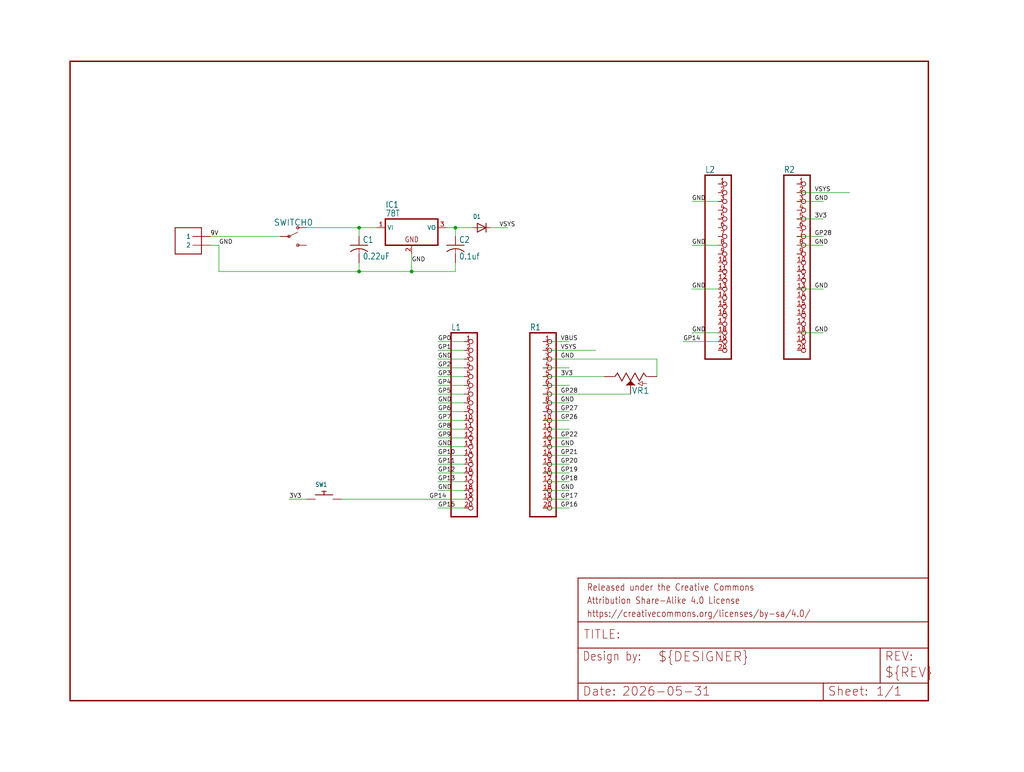
<source format=kicad_sch>
(kicad_sch (version 20230121) (generator eeschema)

  (uuid e670c479-44e0-4fbc-9552-b12305eb2cd2)

  (paper "User" 297.002 223.926)

  (lib_symbols
    (symbol "remote-eagle-import:1X2-3.5MM" (in_bom yes) (on_board yes)
      (property "Reference" "J" (at 0 0 0)
        (effects (font (size 1.27 1.27)) hide)
      )
      (property "Value" "" (at 0 0 0)
        (effects (font (size 1.27 1.27)) hide)
      )
      (property "Footprint" "remote:1X2-3.5MM" (at 0 0 0)
        (effects (font (size 1.27 1.27)) hide)
      )
      (property "Datasheet" "" (at 0 0 0)
        (effects (font (size 1.27 1.27)) hide)
      )
      (property "ki_locked" "" (at 0 0 0)
        (effects (font (size 1.27 1.27)))
      )
      (symbol "1X2-3.5MM_1_0"
        (polyline
          (pts
            (xy -2.54 -2.54)
            (xy 5.08 -2.54)
          )
          (stroke (width 0.254) (type solid))
          (fill (type none))
        )
        (polyline
          (pts
            (xy -2.54 5.08)
            (xy -2.54 -2.54)
          )
          (stroke (width 0.254) (type solid))
          (fill (type none))
        )
        (polyline
          (pts
            (xy 5.08 -2.54)
            (xy 5.08 5.08)
          )
          (stroke (width 0.254) (type solid))
          (fill (type none))
        )
        (polyline
          (pts
            (xy 5.08 5.08)
            (xy -2.54 5.08)
          )
          (stroke (width 0.254) (type solid))
          (fill (type none))
        )
        (pin passive line (at -5.08 2.54 0) (length 5.08)
          (name "1" (effects (font (size 1.27 1.27))))
          (number "1" (effects (font (size 0 0))))
        )
        (pin passive line (at -5.08 0 0) (length 5.08)
          (name "2" (effects (font (size 1.27 1.27))))
          (number "2" (effects (font (size 0 0))))
        )
      )
    )
    (symbol "remote-eagle-import:78T" (in_bom yes) (on_board yes)
      (property "Reference" "IC" (at -7.62 5.715 0)
        (effects (font (size 1.778 1.5113)) (justify left bottom))
      )
      (property "Value" "" (at -7.62 3.175 0)
        (effects (font (size 1.778 1.5113)) (justify left bottom))
      )
      (property "Footprint" "remote:TO220H" (at 0 0 0)
        (effects (font (size 1.27 1.27)) hide)
      )
      (property "Datasheet" "" (at 0 0 0)
        (effects (font (size 1.27 1.27)) hide)
      )
      (property "ki_locked" "" (at 0 0 0)
        (effects (font (size 1.27 1.27)))
      )
      (symbol "78T_1_0"
        (polyline
          (pts
            (xy -7.62 -5.08)
            (xy 7.62 -5.08)
          )
          (stroke (width 0.4064) (type solid))
          (fill (type none))
        )
        (polyline
          (pts
            (xy -7.62 2.54)
            (xy -7.62 -5.08)
          )
          (stroke (width 0.4064) (type solid))
          (fill (type none))
        )
        (polyline
          (pts
            (xy 7.62 -5.08)
            (xy 7.62 2.54)
          )
          (stroke (width 0.4064) (type solid))
          (fill (type none))
        )
        (polyline
          (pts
            (xy 7.62 2.54)
            (xy -7.62 2.54)
          )
          (stroke (width 0.4064) (type solid))
          (fill (type none))
        )
        (text "GND" (at -2.032 -4.318 0)
          (effects (font (size 1.524 1.2954)) (justify left bottom))
        )
        (pin input line (at -10.16 0 0) (length 2.54)
          (name "VI" (effects (font (size 1.27 1.27))))
          (number "1" (effects (font (size 1.27 1.27))))
        )
        (pin passive line (at 0 -7.62 90) (length 2.54)
          (name "GND" (effects (font (size 0 0))))
          (number "2" (effects (font (size 1.27 1.27))))
        )
        (pin passive line (at 10.16 0 180) (length 2.54)
          (name "VO" (effects (font (size 1.27 1.27))))
          (number "3" (effects (font (size 1.27 1.27))))
        )
      )
    )
    (symbol "remote-eagle-import:C-US050-025X075" (in_bom yes) (on_board yes)
      (property "Reference" "C" (at 1.016 0.635 0)
        (effects (font (size 1.778 1.5113)) (justify left bottom))
      )
      (property "Value" "" (at 1.016 -4.191 0)
        (effects (font (size 1.778 1.5113)) (justify left bottom))
      )
      (property "Footprint" "remote:C050-025X075" (at 0 0 0)
        (effects (font (size 1.27 1.27)) hide)
      )
      (property "Datasheet" "" (at 0 0 0)
        (effects (font (size 1.27 1.27)) hide)
      )
      (property "ki_locked" "" (at 0 0 0)
        (effects (font (size 1.27 1.27)))
      )
      (symbol "C-US050-025X075_1_0"
        (arc (start 0 -1.0161) (mid -1.302 -1.2303) (end -2.4668 -1.8504)
          (stroke (width 0.254) (type solid))
          (fill (type none))
        )
        (polyline
          (pts
            (xy -2.54 0)
            (xy 2.54 0)
          )
          (stroke (width 0.254) (type solid))
          (fill (type none))
        )
        (polyline
          (pts
            (xy 0 -1.016)
            (xy 0 -2.54)
          )
          (stroke (width 0.1524) (type solid))
          (fill (type none))
        )
        (arc (start 2.4892 -1.8541) (mid 1.3158 -1.2194) (end 0 -1)
          (stroke (width 0.254) (type solid))
          (fill (type none))
        )
        (pin passive line (at 0 2.54 270) (length 2.54)
          (name "1" (effects (font (size 0 0))))
          (number "1" (effects (font (size 0 0))))
        )
        (pin passive line (at 0 -5.08 90) (length 2.54)
          (name "2" (effects (font (size 0 0))))
          (number "2" (effects (font (size 0 0))))
        )
      )
    )
    (symbol "remote-eagle-import:DIODEDO-1N4148" (in_bom yes) (on_board yes)
      (property "Reference" "D" (at -2.54 2.54 0)
        (effects (font (size 1.27 1.0795)) (justify left bottom))
      )
      (property "Value" "" (at -2.54 -3.81 0)
        (effects (font (size 1.27 1.0795)) (justify left bottom))
      )
      (property "Footprint" "remote:DO-1N4148" (at 0 0 0)
        (effects (font (size 1.27 1.27)) hide)
      )
      (property "Datasheet" "" (at 0 0 0)
        (effects (font (size 1.27 1.27)) hide)
      )
      (property "ki_locked" "" (at 0 0 0)
        (effects (font (size 1.27 1.27)))
      )
      (symbol "DIODEDO-1N4148_1_0"
        (polyline
          (pts
            (xy -1.27 -1.27)
            (xy 1.27 0)
          )
          (stroke (width 0.254) (type solid))
          (fill (type none))
        )
        (polyline
          (pts
            (xy -1.27 1.27)
            (xy -1.27 -1.27)
          )
          (stroke (width 0.254) (type solid))
          (fill (type none))
        )
        (polyline
          (pts
            (xy 1.27 0)
            (xy -1.27 1.27)
          )
          (stroke (width 0.254) (type solid))
          (fill (type none))
        )
        (polyline
          (pts
            (xy 1.27 0)
            (xy 1.27 -1.27)
          )
          (stroke (width 0.254) (type solid))
          (fill (type none))
        )
        (polyline
          (pts
            (xy 1.27 1.27)
            (xy 1.27 0)
          )
          (stroke (width 0.254) (type solid))
          (fill (type none))
        )
        (pin passive line (at -2.54 0 0) (length 2.54)
          (name "A" (effects (font (size 0 0))))
          (number "A" (effects (font (size 0 0))))
        )
        (pin passive line (at 2.54 0 180) (length 2.54)
          (name "C" (effects (font (size 0 0))))
          (number "C" (effects (font (size 0 0))))
        )
      )
    )
    (symbol "remote-eagle-import:FRAME-LETTER" (in_bom yes) (on_board yes)
      (property "Reference" "FRAME" (at 0 0 0)
        (effects (font (size 1.27 1.27)) hide)
      )
      (property "Value" "" (at 0 0 0)
        (effects (font (size 1.27 1.27)) hide)
      )
      (property "Footprint" "remote:CREATIVE_COMMONS" (at 0 0 0)
        (effects (font (size 1.27 1.27)) hide)
      )
      (property "Datasheet" "" (at 0 0 0)
        (effects (font (size 1.27 1.27)) hide)
      )
      (property "ki_locked" "" (at 0 0 0)
        (effects (font (size 1.27 1.27)))
      )
      (symbol "FRAME-LETTER_1_0"
        (polyline
          (pts
            (xy 0 0)
            (xy 248.92 0)
          )
          (stroke (width 0.4064) (type solid))
          (fill (type none))
        )
        (polyline
          (pts
            (xy 0 185.42)
            (xy 0 0)
          )
          (stroke (width 0.4064) (type solid))
          (fill (type none))
        )
        (polyline
          (pts
            (xy 0 185.42)
            (xy 248.92 185.42)
          )
          (stroke (width 0.4064) (type solid))
          (fill (type none))
        )
        (polyline
          (pts
            (xy 248.92 185.42)
            (xy 248.92 0)
          )
          (stroke (width 0.4064) (type solid))
          (fill (type none))
        )
      )
      (symbol "FRAME-LETTER_2_0"
        (polyline
          (pts
            (xy 0 0)
            (xy 0 5.08)
          )
          (stroke (width 0.254) (type solid))
          (fill (type none))
        )
        (polyline
          (pts
            (xy 0 0)
            (xy 71.12 0)
          )
          (stroke (width 0.254) (type solid))
          (fill (type none))
        )
        (polyline
          (pts
            (xy 0 5.08)
            (xy 0 15.24)
          )
          (stroke (width 0.254) (type solid))
          (fill (type none))
        )
        (polyline
          (pts
            (xy 0 5.08)
            (xy 71.12 5.08)
          )
          (stroke (width 0.254) (type solid))
          (fill (type none))
        )
        (polyline
          (pts
            (xy 0 15.24)
            (xy 0 22.86)
          )
          (stroke (width 0.254) (type solid))
          (fill (type none))
        )
        (polyline
          (pts
            (xy 0 22.86)
            (xy 0 35.56)
          )
          (stroke (width 0.254) (type solid))
          (fill (type none))
        )
        (polyline
          (pts
            (xy 0 22.86)
            (xy 101.6 22.86)
          )
          (stroke (width 0.254) (type solid))
          (fill (type none))
        )
        (polyline
          (pts
            (xy 71.12 0)
            (xy 101.6 0)
          )
          (stroke (width 0.254) (type solid))
          (fill (type none))
        )
        (polyline
          (pts
            (xy 71.12 5.08)
            (xy 71.12 0)
          )
          (stroke (width 0.254) (type solid))
          (fill (type none))
        )
        (polyline
          (pts
            (xy 71.12 5.08)
            (xy 87.63 5.08)
          )
          (stroke (width 0.254) (type solid))
          (fill (type none))
        )
        (polyline
          (pts
            (xy 87.63 5.08)
            (xy 101.6 5.08)
          )
          (stroke (width 0.254) (type solid))
          (fill (type none))
        )
        (polyline
          (pts
            (xy 87.63 15.24)
            (xy 0 15.24)
          )
          (stroke (width 0.254) (type solid))
          (fill (type none))
        )
        (polyline
          (pts
            (xy 87.63 15.24)
            (xy 87.63 5.08)
          )
          (stroke (width 0.254) (type solid))
          (fill (type none))
        )
        (polyline
          (pts
            (xy 101.6 5.08)
            (xy 101.6 0)
          )
          (stroke (width 0.254) (type solid))
          (fill (type none))
        )
        (polyline
          (pts
            (xy 101.6 15.24)
            (xy 87.63 15.24)
          )
          (stroke (width 0.254) (type solid))
          (fill (type none))
        )
        (polyline
          (pts
            (xy 101.6 15.24)
            (xy 101.6 5.08)
          )
          (stroke (width 0.254) (type solid))
          (fill (type none))
        )
        (polyline
          (pts
            (xy 101.6 22.86)
            (xy 101.6 15.24)
          )
          (stroke (width 0.254) (type solid))
          (fill (type none))
        )
        (polyline
          (pts
            (xy 101.6 35.56)
            (xy 0 35.56)
          )
          (stroke (width 0.254) (type solid))
          (fill (type none))
        )
        (polyline
          (pts
            (xy 101.6 35.56)
            (xy 101.6 22.86)
          )
          (stroke (width 0.254) (type solid))
          (fill (type none))
        )
        (text "${#}/${##}" (at 86.36 1.27 0)
          (effects (font (size 2.54 2.54)) (justify left bottom))
        )
        (text "${CURRENT_DATE}" (at 12.7 1.27 0)
          (effects (font (size 2.54 2.54)) (justify left bottom))
        )
        (text "${DESIGNER}" (at 23.114 11.176 0)
          (effects (font (size 2.7432 2.7432)) (justify left bottom))
        )
        (text "${PROJECTNAME}" (at 15.494 17.78 0)
          (effects (font (size 2.7432 2.7432)) (justify left bottom))
        )
        (text "${REV}" (at 88.9 6.604 0)
          (effects (font (size 2.7432 2.7432)) (justify left bottom))
        )
        (text "Attribution Share-Alike 4.0 License" (at 2.54 27.94 0)
          (effects (font (size 1.9304 1.6408)) (justify left bottom))
        )
        (text "Date:" (at 1.27 1.27 0)
          (effects (font (size 2.54 2.54)) (justify left bottom))
        )
        (text "Design by:" (at 1.27 11.43 0)
          (effects (font (size 2.54 2.159)) (justify left bottom))
        )
        (text "https://creativecommons.org/licenses/by-sa/4.0/" (at 2.54 24.13 0)
          (effects (font (size 1.9304 1.6408)) (justify left bottom))
        )
        (text "Released under the Creative Commons" (at 2.54 31.75 0)
          (effects (font (size 1.9304 1.6408)) (justify left bottom))
        )
        (text "REV:" (at 88.9 11.43 0)
          (effects (font (size 2.54 2.54)) (justify left bottom))
        )
        (text "Sheet:" (at 72.39 1.27 0)
          (effects (font (size 2.54 2.54)) (justify left bottom))
        )
        (text "TITLE:" (at 1.524 17.78 0)
          (effects (font (size 2.54 2.54)) (justify left bottom))
        )
      )
    )
    (symbol "remote-eagle-import:PINHD-1X20" (in_bom yes) (on_board yes)
      (property "Reference" "JP" (at -6.35 26.035 0)
        (effects (font (size 1.778 1.5113)) (justify left bottom))
      )
      (property "Value" "" (at -6.35 -30.48 0)
        (effects (font (size 1.778 1.5113)) (justify left bottom))
      )
      (property "Footprint" "remote:1X20" (at 0 0 0)
        (effects (font (size 1.27 1.27)) hide)
      )
      (property "Datasheet" "" (at 0 0 0)
        (effects (font (size 1.27 1.27)) hide)
      )
      (property "ki_locked" "" (at 0 0 0)
        (effects (font (size 1.27 1.27)))
      )
      (symbol "PINHD-1X20_1_0"
        (polyline
          (pts
            (xy -6.35 -27.94)
            (xy 1.27 -27.94)
          )
          (stroke (width 0.4064) (type solid))
          (fill (type none))
        )
        (polyline
          (pts
            (xy -6.35 25.4)
            (xy -6.35 -27.94)
          )
          (stroke (width 0.4064) (type solid))
          (fill (type none))
        )
        (polyline
          (pts
            (xy 1.27 -27.94)
            (xy 1.27 25.4)
          )
          (stroke (width 0.4064) (type solid))
          (fill (type none))
        )
        (polyline
          (pts
            (xy 1.27 25.4)
            (xy -6.35 25.4)
          )
          (stroke (width 0.4064) (type solid))
          (fill (type none))
        )
        (pin passive inverted (at -2.54 22.86 0) (length 2.54)
          (name "1" (effects (font (size 0 0))))
          (number "1" (effects (font (size 1.27 1.27))))
        )
        (pin passive inverted (at -2.54 0 0) (length 2.54)
          (name "10" (effects (font (size 0 0))))
          (number "10" (effects (font (size 1.27 1.27))))
        )
        (pin passive inverted (at -2.54 -2.54 0) (length 2.54)
          (name "11" (effects (font (size 0 0))))
          (number "11" (effects (font (size 1.27 1.27))))
        )
        (pin passive inverted (at -2.54 -5.08 0) (length 2.54)
          (name "12" (effects (font (size 0 0))))
          (number "12" (effects (font (size 1.27 1.27))))
        )
        (pin passive inverted (at -2.54 -7.62 0) (length 2.54)
          (name "13" (effects (font (size 0 0))))
          (number "13" (effects (font (size 1.27 1.27))))
        )
        (pin passive inverted (at -2.54 -10.16 0) (length 2.54)
          (name "14" (effects (font (size 0 0))))
          (number "14" (effects (font (size 1.27 1.27))))
        )
        (pin passive inverted (at -2.54 -12.7 0) (length 2.54)
          (name "15" (effects (font (size 0 0))))
          (number "15" (effects (font (size 1.27 1.27))))
        )
        (pin passive inverted (at -2.54 -15.24 0) (length 2.54)
          (name "16" (effects (font (size 0 0))))
          (number "16" (effects (font (size 1.27 1.27))))
        )
        (pin passive inverted (at -2.54 -17.78 0) (length 2.54)
          (name "17" (effects (font (size 0 0))))
          (number "17" (effects (font (size 1.27 1.27))))
        )
        (pin passive inverted (at -2.54 -20.32 0) (length 2.54)
          (name "18" (effects (font (size 0 0))))
          (number "18" (effects (font (size 1.27 1.27))))
        )
        (pin passive inverted (at -2.54 -22.86 0) (length 2.54)
          (name "19" (effects (font (size 0 0))))
          (number "19" (effects (font (size 1.27 1.27))))
        )
        (pin passive inverted (at -2.54 20.32 0) (length 2.54)
          (name "2" (effects (font (size 0 0))))
          (number "2" (effects (font (size 1.27 1.27))))
        )
        (pin passive inverted (at -2.54 -25.4 0) (length 2.54)
          (name "20" (effects (font (size 0 0))))
          (number "20" (effects (font (size 1.27 1.27))))
        )
        (pin passive inverted (at -2.54 17.78 0) (length 2.54)
          (name "3" (effects (font (size 0 0))))
          (number "3" (effects (font (size 1.27 1.27))))
        )
        (pin passive inverted (at -2.54 15.24 0) (length 2.54)
          (name "4" (effects (font (size 0 0))))
          (number "4" (effects (font (size 1.27 1.27))))
        )
        (pin passive inverted (at -2.54 12.7 0) (length 2.54)
          (name "5" (effects (font (size 0 0))))
          (number "5" (effects (font (size 1.27 1.27))))
        )
        (pin passive inverted (at -2.54 10.16 0) (length 2.54)
          (name "6" (effects (font (size 0 0))))
          (number "6" (effects (font (size 1.27 1.27))))
        )
        (pin passive inverted (at -2.54 7.62 0) (length 2.54)
          (name "7" (effects (font (size 0 0))))
          (number "7" (effects (font (size 1.27 1.27))))
        )
        (pin passive inverted (at -2.54 5.08 0) (length 2.54)
          (name "8" (effects (font (size 0 0))))
          (number "8" (effects (font (size 1.27 1.27))))
        )
        (pin passive inverted (at -2.54 2.54 0) (length 2.54)
          (name "9" (effects (font (size 0 0))))
          (number "9" (effects (font (size 1.27 1.27))))
        )
      )
    )
    (symbol "remote-eagle-import:POTENTIOMETER-PTH-9MM-1/20W-20%" (in_bom yes) (on_board yes)
      (property "Reference" "VR" (at 3.048 -0.254 90)
        (effects (font (size 1.778 1.778)) (justify right top))
      )
      (property "Value" "" (at -1.27 0 90)
        (effects (font (size 1.778 1.778)) (justify bottom) hide)
      )
      (property "Footprint" "remote:POT-PTH-ALPS" (at 0 0 0)
        (effects (font (size 1.27 1.27)) hide)
      )
      (property "Datasheet" "" (at 0 0 0)
        (effects (font (size 1.27 1.27)) hide)
      )
      (property "ki_locked" "" (at 0 0 0)
        (effects (font (size 1.27 1.27)))
      )
      (symbol "POTENTIOMETER-PTH-9MM-1/20W-20%_1_0"
        (polyline
          (pts
            (xy -1.016 -3.81)
            (xy 1.27 -2.54)
          )
          (stroke (width 0.254) (type solid))
          (fill (type none))
        )
        (polyline
          (pts
            (xy -1.016 -1.27)
            (xy 1.27 0)
          )
          (stroke (width 0.254) (type solid))
          (fill (type none))
        )
        (polyline
          (pts
            (xy -1.016 1.27)
            (xy 1.27 2.54)
          )
          (stroke (width 0.254) (type solid))
          (fill (type none))
        )
        (polyline
          (pts
            (xy -1.016 3.81)
            (xy 0 4.572)
          )
          (stroke (width 0.254) (type solid))
          (fill (type none))
        )
        (polyline
          (pts
            (xy 0 -5.08)
            (xy 0 -4.572)
          )
          (stroke (width 0.1524) (type solid))
          (fill (type none))
        )
        (polyline
          (pts
            (xy 0 -4.572)
            (xy -1.016 -3.81)
          )
          (stroke (width 0.254) (type solid))
          (fill (type none))
        )
        (polyline
          (pts
            (xy 0 4.572)
            (xy 0 5.08)
          )
          (stroke (width 0.1524) (type solid))
          (fill (type none))
        )
        (polyline
          (pts
            (xy 1.27 -2.54)
            (xy -1.016 -1.27)
          )
          (stroke (width 0.254) (type solid))
          (fill (type none))
        )
        (polyline
          (pts
            (xy 1.27 0)
            (xy -1.016 1.27)
          )
          (stroke (width 0.254) (type solid))
          (fill (type none))
        )
        (polyline
          (pts
            (xy 1.27 2.54)
            (xy -1.016 3.81)
          )
          (stroke (width 0.254) (type solid))
          (fill (type none))
        )
        (polyline
          (pts
            (xy 1.397 -3.429)
            (xy 2.032 -2.159)
          )
          (stroke (width 0.1524) (type solid))
          (fill (type none))
        )
        (polyline
          (pts
            (xy 2.032 -4.699)
            (xy 2.032 -3.429)
          )
          (stroke (width 0.1524) (type solid))
          (fill (type none))
        )
        (polyline
          (pts
            (xy 2.032 -3.429)
            (xy 1.397 -3.429)
          )
          (stroke (width 0.1524) (type solid))
          (fill (type none))
        )
        (polyline
          (pts
            (xy 2.032 -2.159)
            (xy 2.667 -3.429)
          )
          (stroke (width 0.1524) (type solid))
          (fill (type none))
        )
        (polyline
          (pts
            (xy 2.667 -3.429)
            (xy 2.032 -3.429)
          )
          (stroke (width 0.1524) (type solid))
          (fill (type none))
        )
        (polyline
          (pts
            (xy 2.54 -1.27)
            (xy 1.27 0)
            (xy 2.54 1.27)
          )
          (stroke (width 0.2032) (type solid))
          (fill (type outline))
        )
        (pin passive line (at 0 7.62 270) (length 2.54)
          (name "E" (effects (font (size 0 0))))
          (number "P$1" (effects (font (size 0 0))))
        )
        (pin passive line (at 5.08 0 180) (length 2.54)
          (name "S" (effects (font (size 0 0))))
          (number "P$2" (effects (font (size 0 0))))
        )
        (pin passive line (at 0 -7.62 90) (length 2.54)
          (name "A" (effects (font (size 0 0))))
          (number "P$3" (effects (font (size 0 0))))
        )
      )
    )
    (symbol "remote-eagle-import:SWITCH-SPDT-PTH-11.6X4.0MM-LOCK" (in_bom yes) (on_board yes)
      (property "Reference" "S" (at 1.27 3.048 0)
        (effects (font (size 1.778 1.778)) (justify bottom))
      )
      (property "Value" "" (at 1.016 -3.302 0)
        (effects (font (size 1.778 1.778)) (justify top))
      )
      (property "Footprint" "remote:SWITCH_SPDT_PTH_11.6X4.0MM_LOCK" (at 0 0 0)
        (effects (font (size 1.27 1.27)) hide)
      )
      (property "Datasheet" "" (at 0 0 0)
        (effects (font (size 1.27 1.27)) hide)
      )
      (property "ki_locked" "" (at 0 0 0)
        (effects (font (size 1.27 1.27)))
      )
      (symbol "SWITCH-SPDT-PTH-11.6X4.0MM-LOCK_1_0"
        (polyline
          (pts
            (xy 0 0)
            (xy 2.54 1.27)
          )
          (stroke (width 0.1524) (type solid))
          (fill (type none))
        )
        (polyline
          (pts
            (xy 2.54 -2.54)
            (xy 3.175 -2.54)
          )
          (stroke (width 0.127) (type solid))
          (fill (type none))
        )
        (polyline
          (pts
            (xy 2.54 2.54)
            (xy 3.175 2.54)
          )
          (stroke (width 0.1524) (type solid))
          (fill (type none))
        )
        (circle (center 0 0) (radius 0.3592)
          (stroke (width 0.2032) (type solid))
          (fill (type none))
        )
        (circle (center 2.54 -2.54) (radius 0.3592)
          (stroke (width 0.2032) (type solid))
          (fill (type none))
        )
        (circle (center 2.54 2.54) (radius 0.3592)
          (stroke (width 0.2032) (type solid))
          (fill (type none))
        )
        (pin passive line (at 5.08 2.54 180) (length 2.54)
          (name "O" (effects (font (size 0 0))))
          (number "1" (effects (font (size 0 0))))
        )
        (pin passive line (at -2.54 0 0) (length 2.54)
          (name "P" (effects (font (size 0 0))))
          (number "2" (effects (font (size 0 0))))
        )
        (pin passive line (at 5.08 -2.54 180) (length 2.54)
          (name "S" (effects (font (size 0 0))))
          (number "3" (effects (font (size 0 0))))
        )
      )
    )
    (symbol "remote-eagle-import:SWITCH_PUSHBUTTONEVQ-PE" (in_bom yes) (on_board yes)
      (property "Reference" "SW" (at -2.54 3.556 0)
        (effects (font (size 1.27 1.0795)) (justify left bottom))
      )
      (property "Value" "" (at -2.54 -2.286 0)
        (effects (font (size 1.27 1.0795)) (justify left bottom))
      )
      (property "Footprint" "remote:TACT_PANA-EVQ" (at 0 0 0)
        (effects (font (size 1.27 1.27)) hide)
      )
      (property "Datasheet" "" (at 0 0 0)
        (effects (font (size 1.27 1.27)) hide)
      )
      (property "ki_locked" "" (at 0 0 0)
        (effects (font (size 1.27 1.27)))
      )
      (symbol "SWITCH_PUSHBUTTONEVQ-PE_1_0"
        (polyline
          (pts
            (xy -2.54 1.27)
            (xy 0 1.27)
          )
          (stroke (width 0.254) (type solid))
          (fill (type none))
        )
        (polyline
          (pts
            (xy -0.635 2.286)
            (xy 0 2.286)
          )
          (stroke (width 0.254) (type solid))
          (fill (type none))
        )
        (polyline
          (pts
            (xy 0 1.27)
            (xy 0 2.286)
          )
          (stroke (width 0.254) (type solid))
          (fill (type none))
        )
        (polyline
          (pts
            (xy 0 1.27)
            (xy 2.54 1.27)
          )
          (stroke (width 0.254) (type solid))
          (fill (type none))
        )
        (polyline
          (pts
            (xy 0 2.286)
            (xy 0.635 2.286)
          )
          (stroke (width 0.254) (type solid))
          (fill (type none))
        )
        (pin passive line (at -5.08 0 0) (length 2.54)
          (name "P$1" (effects (font (size 0 0))))
          (number "P$1" (effects (font (size 0 0))))
        )
        (pin passive line (at 5.08 0 180) (length 2.54)
          (name "P$2" (effects (font (size 0 0))))
          (number "P$2" (effects (font (size 0 0))))
        )
      )
    )
  )

  (junction (at 104.14 78.74) (diameter 0) (color 0 0 0 0)
    (uuid 1e27e258-9102-4a28-88fc-1e83771eb29e)
  )
  (junction (at 132.08 66.04) (diameter 0) (color 0 0 0 0)
    (uuid 8b08ac86-6020-40c5-beae-5b4450bf662d)
  )
  (junction (at 119.38 78.74) (diameter 0) (color 0 0 0 0)
    (uuid 994aca92-0b22-4a83-ac57-8727ef3504fd)
  )
  (junction (at 104.14 66.04) (diameter 0) (color 0 0 0 0)
    (uuid e52479f9-9ac1-408c-bbfa-2f8f0b4f62b7)
  )

  (wire (pts (xy 134.62 104.14) (xy 127 104.14))
    (stroke (width 0.1524) (type solid))
    (uuid 0128195e-e1d4-4975-bc92-a5b1bbd549ba)
  )
  (wire (pts (xy 134.62 147.32) (xy 127 147.32))
    (stroke (width 0.1524) (type solid))
    (uuid 05d92a6b-7c41-42fd-8489-31ee839d87b3)
  )
  (wire (pts (xy 238.76 58.42) (xy 231.14 58.42))
    (stroke (width 0.1524) (type solid))
    (uuid 0b54bddc-8d0d-4ef0-a54c-7ac70d1159a6)
  )
  (wire (pts (xy 134.62 114.3) (xy 127 114.3))
    (stroke (width 0.1524) (type solid))
    (uuid 0c4b2e5c-859a-46cf-990f-e2692c1d3843)
  )
  (wire (pts (xy 157.48 147.32) (xy 165.1 147.32))
    (stroke (width 0.1524) (type solid))
    (uuid 1937b149-50dd-4af1-bf02-fa71499bfe65)
  )
  (wire (pts (xy 157.48 116.84) (xy 165.1 116.84))
    (stroke (width 0.1524) (type solid))
    (uuid 1a602cda-83d7-412d-b16b-a123a08f6af5)
  )
  (wire (pts (xy 190.5 104.14) (xy 157.48 104.14))
    (stroke (width 0.1524) (type solid))
    (uuid 1a69ae36-602d-411e-ae21-c5ea57cd831f)
  )
  (wire (pts (xy 157.48 99.06) (xy 165.1 99.06))
    (stroke (width 0.1524) (type solid))
    (uuid 1b0d1d9b-dc24-4c52-960d-db20abbca19f)
  )
  (wire (pts (xy 134.62 132.08) (xy 127 132.08))
    (stroke (width 0.1524) (type solid))
    (uuid 23d94369-8477-432e-84a2-142a32020f8d)
  )
  (wire (pts (xy 157.48 144.78) (xy 165.1 144.78))
    (stroke (width 0.1524) (type solid))
    (uuid 25662b3b-e33c-4edd-bd3e-bb78b7e07f73)
  )
  (wire (pts (xy 208.28 83.82) (xy 200.66 83.82))
    (stroke (width 0.1524) (type solid))
    (uuid 25bd91c6-1ec4-4f79-8049-fc31b4bdbae1)
  )
  (wire (pts (xy 208.28 58.42) (xy 200.66 58.42))
    (stroke (width 0.1524) (type solid))
    (uuid 2c02869c-5cef-4072-a1f7-a68a2acf1303)
  )
  (wire (pts (xy 134.62 124.46) (xy 127 124.46))
    (stroke (width 0.1524) (type solid))
    (uuid 2ca7c1f7-fac9-4517-bb4b-351ed0257ec7)
  )
  (wire (pts (xy 60.96 68.58) (xy 81.28 68.58))
    (stroke (width 0.1524) (type solid))
    (uuid 364c8f33-3443-42c5-b232-145333b5bfa4)
  )
  (wire (pts (xy 132.08 66.04) (xy 137.16 66.04))
    (stroke (width 0.1524) (type solid))
    (uuid 371a063e-6902-4eca-8944-63ab800ebd44)
  )
  (wire (pts (xy 134.62 142.24) (xy 127 142.24))
    (stroke (width 0.1524) (type solid))
    (uuid 39166018-23a3-465b-950b-12326ba30acb)
  )
  (wire (pts (xy 157.48 134.62) (xy 165.1 134.62))
    (stroke (width 0.1524) (type solid))
    (uuid 3b60e613-9ad8-4cf3-96af-e98deb2314f6)
  )
  (wire (pts (xy 104.14 78.74) (xy 119.38 78.74))
    (stroke (width 0.1524) (type solid))
    (uuid 3d20c443-463a-4213-be00-84c14b96162e)
  )
  (wire (pts (xy 157.48 101.6) (xy 172.72 101.6))
    (stroke (width 0.1524) (type solid))
    (uuid 498ea920-1479-4ca8-b83a-3bbafa1d6206)
  )
  (wire (pts (xy 182.88 114.3) (xy 157.48 114.3))
    (stroke (width 0.1524) (type solid))
    (uuid 55471327-276c-426c-973a-e1fca96b334d)
  )
  (wire (pts (xy 157.48 106.68) (xy 165.1 106.68))
    (stroke (width 0.1524) (type solid))
    (uuid 554acddd-eceb-45c6-9d04-d54a8d57501e)
  )
  (wire (pts (xy 63.5 78.74) (xy 104.14 78.74))
    (stroke (width 0.1524) (type solid))
    (uuid 577b169e-8853-4e78-a9d1-72804e1e5dac)
  )
  (wire (pts (xy 104.14 66.04) (xy 104.14 68.58))
    (stroke (width 0.1524) (type solid))
    (uuid 5c29693c-febf-4c73-9523-9086d27ff56f)
  )
  (wire (pts (xy 208.28 99.06) (xy 198.12 99.06))
    (stroke (width 0.1524) (type solid))
    (uuid 5cb15dda-05e1-4db3-bf61-ed6542d2f7ca)
  )
  (wire (pts (xy 231.14 63.5) (xy 238.76 63.5))
    (stroke (width 0.1524) (type solid))
    (uuid 5cbfe9f6-7ac2-4999-b2c2-c7faf043e4c6)
  )
  (wire (pts (xy 88.9 66.04) (xy 104.14 66.04))
    (stroke (width 0.1524) (type solid))
    (uuid 5e5f96f0-8653-4223-baf9-8252ac649611)
  )
  (wire (pts (xy 132.08 78.74) (xy 119.38 78.74))
    (stroke (width 0.1524) (type solid))
    (uuid 68f1f6ce-9dca-4656-913c-e008c8f1a420)
  )
  (wire (pts (xy 109.22 66.04) (xy 104.14 66.04))
    (stroke (width 0.1524) (type solid))
    (uuid 6f20634f-95a7-4789-b38e-6220b63250e1)
  )
  (wire (pts (xy 134.62 119.38) (xy 127 119.38))
    (stroke (width 0.1524) (type solid))
    (uuid 6f257d3d-f316-43f9-bffe-7a6efe274a47)
  )
  (wire (pts (xy 134.62 99.06) (xy 127 99.06))
    (stroke (width 0.1524) (type solid))
    (uuid 75ac43aa-bd74-4e7c-95b6-350b55081c60)
  )
  (wire (pts (xy 157.48 119.38) (xy 165.1 119.38))
    (stroke (width 0.1524) (type solid))
    (uuid 75bf343c-7b07-4c4a-9794-e6c0b93bbc79)
  )
  (wire (pts (xy 157.48 124.46) (xy 165.1 124.46))
    (stroke (width 0.1524) (type solid))
    (uuid 87850c69-1751-4c3e-91df-1765ec409c1b)
  )
  (wire (pts (xy 104.14 76.2) (xy 104.14 78.74))
    (stroke (width 0.1524) (type solid))
    (uuid 8b2bf5ac-f191-45ed-a6d8-5865a601946a)
  )
  (wire (pts (xy 157.48 109.22) (xy 175.26 109.22))
    (stroke (width 0.1524) (type solid))
    (uuid 95294629-4be4-4f15-a4c9-57a314409fc0)
  )
  (wire (pts (xy 231.14 83.82) (xy 238.76 83.82))
    (stroke (width 0.1524) (type solid))
    (uuid 97c5b642-f4cd-4544-832a-6eaf8a22cbda)
  )
  (wire (pts (xy 88.9 144.78) (xy 83.82 144.78))
    (stroke (width 0.1524) (type solid))
    (uuid 9805d0de-be5d-4cb6-bb3e-494ad06312f2)
  )
  (wire (pts (xy 157.48 137.16) (xy 165.1 137.16))
    (stroke (width 0.1524) (type solid))
    (uuid 99b0aa71-21e6-49d0-90ff-6df08681c980)
  )
  (wire (pts (xy 134.62 144.78) (xy 99.06 144.78))
    (stroke (width 0.1524) (type solid))
    (uuid 9b5c4cba-92f2-45b0-9a81-bdb061f6783f)
  )
  (wire (pts (xy 208.28 71.12) (xy 200.66 71.12))
    (stroke (width 0.1524) (type solid))
    (uuid 9d95668f-3cbc-4bc9-b233-f7a9159a156f)
  )
  (wire (pts (xy 208.28 96.52) (xy 200.66 96.52))
    (stroke (width 0.1524) (type solid))
    (uuid 9de42da3-9ed9-4904-b8d7-cf515dcde84d)
  )
  (wire (pts (xy 134.62 129.54) (xy 127 129.54))
    (stroke (width 0.1524) (type solid))
    (uuid a7540906-1118-4e1a-9e02-65cf4bda9c67)
  )
  (wire (pts (xy 157.48 121.92) (xy 165.1 121.92))
    (stroke (width 0.1524) (type solid))
    (uuid ac853dd3-0aac-442f-85f4-5bec8acaa949)
  )
  (wire (pts (xy 157.48 139.7) (xy 165.1 139.7))
    (stroke (width 0.1524) (type solid))
    (uuid b018c834-c1c7-4a15-8c96-f62a2f66065e)
  )
  (wire (pts (xy 134.62 137.16) (xy 127 137.16))
    (stroke (width 0.1524) (type solid))
    (uuid b3371964-4831-4577-a708-7eb0bf6b2d7b)
  )
  (wire (pts (xy 119.38 78.74) (xy 119.38 73.66))
    (stroke (width 0.1524) (type solid))
    (uuid b8394505-70c1-4df6-a0cd-8dfe776abcf0)
  )
  (wire (pts (xy 157.48 132.08) (xy 165.1 132.08))
    (stroke (width 0.1524) (type solid))
    (uuid bf868342-cb08-446e-b0ad-f6793941dbe0)
  )
  (wire (pts (xy 142.24 66.04) (xy 147.32 66.04))
    (stroke (width 0.1524) (type solid))
    (uuid c1ae3628-a78d-4abf-bb65-8686b0155a9d)
  )
  (wire (pts (xy 231.14 71.12) (xy 238.76 71.12))
    (stroke (width 0.1524) (type solid))
    (uuid c35935f9-9a66-4116-87c3-96396951b574)
  )
  (wire (pts (xy 238.76 68.58) (xy 231.14 68.58))
    (stroke (width 0.1524) (type solid))
    (uuid c7591333-2556-4ac8-a2ee-d14bc9972f2f)
  )
  (wire (pts (xy 134.62 106.68) (xy 127 106.68))
    (stroke (width 0.1524) (type solid))
    (uuid c9187f56-2003-49e2-a660-d5c2c57717b1)
  )
  (wire (pts (xy 134.62 101.6) (xy 127 101.6))
    (stroke (width 0.1524) (type solid))
    (uuid cd8566c0-7157-4402-b74a-173d32810b4c)
  )
  (wire (pts (xy 157.48 127) (xy 165.1 127))
    (stroke (width 0.1524) (type solid))
    (uuid cf9e0ecf-80f2-4eda-b2b4-47fa2e608d8d)
  )
  (wire (pts (xy 134.62 127) (xy 127 127))
    (stroke (width 0.1524) (type solid))
    (uuid d086e63f-cd99-44fa-8237-e8b7390c1738)
  )
  (wire (pts (xy 63.5 71.12) (xy 63.5 78.74))
    (stroke (width 0.1524) (type solid))
    (uuid d1f22e3e-e90b-42c1-94b1-6d13ae7652c2)
  )
  (wire (pts (xy 134.62 134.62) (xy 127 134.62))
    (stroke (width 0.1524) (type solid))
    (uuid d382d4bc-0393-4397-9459-322ae1604503)
  )
  (wire (pts (xy 132.08 76.2) (xy 132.08 78.74))
    (stroke (width 0.1524) (type solid))
    (uuid da52c8e3-48f6-4498-857f-bb8b6464e09f)
  )
  (wire (pts (xy 132.08 66.04) (xy 132.08 68.58))
    (stroke (width 0.1524) (type solid))
    (uuid deb8cc1a-1fdd-4776-abce-114ede536092)
  )
  (wire (pts (xy 157.48 142.24) (xy 165.1 142.24))
    (stroke (width 0.1524) (type solid))
    (uuid e16d5062-70bb-4c95-b344-b0fb4221297e)
  )
  (wire (pts (xy 129.54 66.04) (xy 132.08 66.04))
    (stroke (width 0.1524) (type solid))
    (uuid e1ef62cb-3293-4db3-927f-ed2aeecf0aa8)
  )
  (wire (pts (xy 190.5 109.22) (xy 190.5 104.14))
    (stroke (width 0.1524) (type solid))
    (uuid e1f2e974-e1a8-41c2-b5ba-de777ca43141)
  )
  (wire (pts (xy 134.62 116.84) (xy 127 116.84))
    (stroke (width 0.1524) (type solid))
    (uuid e6779f6c-d079-40c6-871b-5195cb5eb11a)
  )
  (wire (pts (xy 134.62 121.92) (xy 127 121.92))
    (stroke (width 0.1524) (type solid))
    (uuid e928e69f-5058-4c9e-b7cf-896969db4088)
  )
  (wire (pts (xy 231.14 55.88) (xy 246.38 55.88))
    (stroke (width 0.1524) (type solid))
    (uuid ee54ff11-93b8-4357-9f8d-8e0dff1d7d04)
  )
  (wire (pts (xy 134.62 109.22) (xy 127 109.22))
    (stroke (width 0.1524) (type solid))
    (uuid efaccf08-7f0b-42ef-98a0-0cd693a31a88)
  )
  (wire (pts (xy 231.14 96.52) (xy 238.76 96.52))
    (stroke (width 0.1524) (type solid))
    (uuid f1302181-ca90-408d-bacf-e2bf51ad7110)
  )
  (wire (pts (xy 157.48 129.54) (xy 165.1 129.54))
    (stroke (width 0.1524) (type solid))
    (uuid f7750783-957b-4547-a976-9d51bddbdf9a)
  )
  (wire (pts (xy 134.62 111.76) (xy 127 111.76))
    (stroke (width 0.1524) (type solid))
    (uuid fa1aaa25-72f1-44ce-ad13-fa404c3430f9)
  )
  (wire (pts (xy 60.96 71.12) (xy 63.5 71.12))
    (stroke (width 0.1524) (type solid))
    (uuid fa600f75-74c0-4d5d-a370-5840c51446b3)
  )
  (wire (pts (xy 157.48 111.76) (xy 165.1 111.76))
    (stroke (width 0.1524) (type solid))
    (uuid fb0142d7-f2e4-4db7-9324-7043867db3f1)
  )
  (wire (pts (xy 134.62 139.7) (xy 127 139.7))
    (stroke (width 0.1524) (type solid))
    (uuid fe18382e-ae91-4176-b96b-2129d6fb63ea)
  )

  (label "GND" (at 236.22 96.52 0) (fields_autoplaced)
    (effects (font (size 1.2446 1.2446)) (justify left bottom))
    (uuid 01880988-9b91-49ca-a969-f13d4e68c046)
  )
  (label "GND" (at 236.22 71.12 0) (fields_autoplaced)
    (effects (font (size 1.2446 1.2446)) (justify left bottom))
    (uuid 0bb29fde-ab14-4948-9afb-cf6fd2985697)
  )
  (label "GND" (at 127 104.14 0) (fields_autoplaced)
    (effects (font (size 1.2446 1.2446)) (justify left bottom))
    (uuid 0d18a679-5d54-4a82-ab63-00f916df553b)
  )
  (label "9V" (at 60.96 68.58 0) (fields_autoplaced)
    (effects (font (size 1.2446 1.2446)) (justify left bottom))
    (uuid 0db93688-1a70-4de9-a355-f77ebacff032)
  )
  (label "GP20" (at 162.56 134.62 0) (fields_autoplaced)
    (effects (font (size 1.2446 1.2446)) (justify left bottom))
    (uuid 15726a9f-97af-47cf-a77c-cc9c5159b624)
  )
  (label "GP12" (at 127 137.16 0) (fields_autoplaced)
    (effects (font (size 1.2446 1.2446)) (justify left bottom))
    (uuid 1adb1760-6525-4811-8651-a4e12d94a558)
  )
  (label "VBUS" (at 162.56 99.06 0) (fields_autoplaced)
    (effects (font (size 1.2446 1.2446)) (justify left bottom))
    (uuid 1b166a11-0cd5-48bc-92e9-fe220e68e33d)
  )
  (label "GND" (at 236.22 83.82 0) (fields_autoplaced)
    (effects (font (size 1.2446 1.2446)) (justify left bottom))
    (uuid 33099a0d-fab1-445f-b43f-4ac03d2b9f85)
  )
  (label "GND" (at 200.66 71.12 0) (fields_autoplaced)
    (effects (font (size 1.2446 1.2446)) (justify left bottom))
    (uuid 3cecf760-c186-47f0-8961-7df69b0f23e1)
  )
  (label "GP6" (at 127 119.38 0) (fields_autoplaced)
    (effects (font (size 1.2446 1.2446)) (justify left bottom))
    (uuid 4091f052-c2e2-4dc0-86d6-46496cacc5d3)
  )
  (label "3V3" (at 162.56 109.22 0) (fields_autoplaced)
    (effects (font (size 1.2446 1.2446)) (justify left bottom))
    (uuid 41601a55-880b-4640-a44d-b19ebeb6c7dd)
  )
  (label "GP28" (at 236.22 68.58 0) (fields_autoplaced)
    (effects (font (size 1.2446 1.2446)) (justify left bottom))
    (uuid 4260b6ea-ff6a-4c72-a099-c1c6e230931f)
  )
  (label "GND" (at 127 129.54 0) (fields_autoplaced)
    (effects (font (size 1.2446 1.2446)) (justify left bottom))
    (uuid 45a2c570-36dd-47da-b615-1f9a2e369be0)
  )
  (label "GP22" (at 162.56 127 0) (fields_autoplaced)
    (effects (font (size 1.2446 1.2446)) (justify left bottom))
    (uuid 4d1dc204-8a92-4199-9683-76ae2a03c91a)
  )
  (label "GND" (at 119.38 76.2 0) (fields_autoplaced)
    (effects (font (size 1.2446 1.2446)) (justify left bottom))
    (uuid 54a7f291-c51b-4ba5-b77e-07f483e97cdd)
  )
  (label "GP3" (at 127 109.22 0) (fields_autoplaced)
    (effects (font (size 1.2446 1.2446)) (justify left bottom))
    (uuid 60de0ea6-c731-4b4d-82dc-0aaa180e0e01)
  )
  (label "VSYS" (at 144.78 66.04 0) (fields_autoplaced)
    (effects (font (size 1.2446 1.2446)) (justify left bottom))
    (uuid 627a7b44-c462-4e25-8416-648e8f503188)
  )
  (label "3V3" (at 236.22 63.5 0) (fields_autoplaced)
    (effects (font (size 1.2446 1.2446)) (justify left bottom))
    (uuid 65639202-5f21-4982-8aac-cae8764ebbc2)
  )
  (label "GP14" (at 198.12 99.06 0) (fields_autoplaced)
    (effects (font (size 1.2446 1.2446)) (justify left bottom))
    (uuid 672f2bbb-f48f-453c-8ce7-395fb0f96946)
  )
  (label "GP7" (at 127 121.92 0) (fields_autoplaced)
    (effects (font (size 1.2446 1.2446)) (justify left bottom))
    (uuid 6800692d-45c4-4c61-87c5-2a78a1d9f4a7)
  )
  (label "GP14" (at 124.46 144.78 0) (fields_autoplaced)
    (effects (font (size 1.2446 1.2446)) (justify left bottom))
    (uuid 6b75b07b-fc84-4441-9d73-39513695d01f)
  )
  (label "GP1" (at 127 101.6 0) (fields_autoplaced)
    (effects (font (size 1.2446 1.2446)) (justify left bottom))
    (uuid 6f66fd9f-e18e-49d4-a1e5-c59ec224e6e6)
  )
  (label "GND" (at 127 116.84 0) (fields_autoplaced)
    (effects (font (size 1.2446 1.2446)) (justify left bottom))
    (uuid 7505ddff-e9f9-43ff-9f0b-f95a2ee5234d)
  )
  (label "GP18" (at 162.56 139.7 0) (fields_autoplaced)
    (effects (font (size 1.2446 1.2446)) (justify left bottom))
    (uuid 7866be35-ec25-4bb9-ba53-fe6ab4b36e10)
  )
  (label "GND" (at 200.66 58.42 0) (fields_autoplaced)
    (effects (font (size 1.2446 1.2446)) (justify left bottom))
    (uuid 7e6a3807-ee87-4c55-863e-1758420a54a1)
  )
  (label "GP2" (at 127 106.68 0) (fields_autoplaced)
    (effects (font (size 1.2446 1.2446)) (justify left bottom))
    (uuid 7e85b4ed-6c86-48da-a3db-2db2e3564eba)
  )
  (label "GP17" (at 162.56 144.78 0) (fields_autoplaced)
    (effects (font (size 1.2446 1.2446)) (justify left bottom))
    (uuid 80e410ec-1977-4923-a9fd-1d849e284e92)
  )
  (label "GP16" (at 162.56 147.32 0) (fields_autoplaced)
    (effects (font (size 1.2446 1.2446)) (justify left bottom))
    (uuid 849dd3d9-60c9-4462-9aa3-34ee04f4b632)
  )
  (label "GND" (at 127 142.24 0) (fields_autoplaced)
    (effects (font (size 1.2446 1.2446)) (justify left bottom))
    (uuid 87452760-fd81-4086-979d-6e8520c05eaa)
  )
  (label "GND" (at 63.5 71.12 0) (fields_autoplaced)
    (effects (font (size 1.2446 1.2446)) (justify left bottom))
    (uuid 8b2519cb-b6de-4d7d-be50-855b918e0a53)
  )
  (label "GND" (at 162.56 116.84 0) (fields_autoplaced)
    (effects (font (size 1.2446 1.2446)) (justify left bottom))
    (uuid 8cfc64e2-ebb0-460a-9f2c-7997dc859d49)
  )
  (label "GP10" (at 127 132.08 0) (fields_autoplaced)
    (effects (font (size 1.2446 1.2446)) (justify left bottom))
    (uuid 8ee1ccf8-7270-44f0-a052-cc044a85d9ed)
  )
  (label "GP15" (at 127 147.32 0) (fields_autoplaced)
    (effects (font (size 1.2446 1.2446)) (justify left bottom))
    (uuid 909a50ed-d9bf-4eb0-bb25-9aefe1eb11c3)
  )
  (label "VSYS" (at 236.22 55.88 0) (fields_autoplaced)
    (effects (font (size 1.2446 1.2446)) (justify left bottom))
    (uuid 97f2fe6a-ba8a-4517-a63d-4f957503e5d9)
  )
  (label "GND" (at 200.66 83.82 0) (fields_autoplaced)
    (effects (font (size 1.2446 1.2446)) (justify left bottom))
    (uuid 98d900df-9724-4282-986c-4ee02f94cabb)
  )
  (label "GP21" (at 162.56 132.08 0) (fields_autoplaced)
    (effects (font (size 1.2446 1.2446)) (justify left bottom))
    (uuid 9926670b-afcf-40ad-90f6-c118600e94fe)
  )
  (label "GND" (at 200.66 96.52 0) (fields_autoplaced)
    (effects (font (size 1.2446 1.2446)) (justify left bottom))
    (uuid 9f33871d-346b-4e5a-96b6-77e3568cdfac)
  )
  (label "VSYS" (at 162.56 101.6 0) (fields_autoplaced)
    (effects (font (size 1.2446 1.2446)) (justify left bottom))
    (uuid a1c71cff-37b1-4fc0-a8c7-b8c4ba338951)
  )
  (label "GND" (at 162.56 129.54 0) (fields_autoplaced)
    (effects (font (size 1.2446 1.2446)) (justify left bottom))
    (uuid a622915a-39a4-4f1b-b390-2a36298cd369)
  )
  (label "GP5" (at 127 114.3 0) (fields_autoplaced)
    (effects (font (size 1.2446 1.2446)) (justify left bottom))
    (uuid bb8f684b-7528-4550-9efa-b6915ae62ec8)
  )
  (label "GP13" (at 127 139.7 0) (fields_autoplaced)
    (effects (font (size 1.2446 1.2446)) (justify left bottom))
    (uuid bfbeb706-dca6-4d95-862c-96a3ff6b3f91)
  )
  (label "GP28" (at 162.56 114.3 0) (fields_autoplaced)
    (effects (font (size 1.2446 1.2446)) (justify left bottom))
    (uuid c4939670-5cb5-4f6b-93b4-6b71ff75f8e0)
  )
  (label "GP26" (at 162.56 121.92 0) (fields_autoplaced)
    (effects (font (size 1.2446 1.2446)) (justify left bottom))
    (uuid c95c3246-7c75-4b0f-b70f-96ce260df107)
  )
  (label "GND" (at 162.56 142.24 0) (fields_autoplaced)
    (effects (font (size 1.2446 1.2446)) (justify left bottom))
    (uuid cd6a7022-dbbf-42d4-a831-a973a70bafe2)
  )
  (label "GND" (at 162.56 104.14 0) (fields_autoplaced)
    (effects (font (size 1.2446 1.2446)) (justify left bottom))
    (uuid d013aaac-8782-44c8-9443-5aa8addf01ac)
  )
  (label "GP4" (at 127 111.76 0) (fields_autoplaced)
    (effects (font (size 1.2446 1.2446)) (justify left bottom))
    (uuid d550eabe-08d2-4590-a107-69a024f2ad42)
  )
  (label "GND" (at 236.22 58.42 0) (fields_autoplaced)
    (effects (font (size 1.2446 1.2446)) (justify left bottom))
    (uuid dc7e7911-b4e2-4582-a636-91d4fd97ad6b)
  )
  (label "GP0" (at 127 99.06 0) (fields_autoplaced)
    (effects (font (size 1.2446 1.2446)) (justify left bottom))
    (uuid e08aafc1-725f-4259-b1d4-c9c54be1aab0)
  )
  (label "GP9" (at 127 127 0) (fields_autoplaced)
    (effects (font (size 1.2446 1.2446)) (justify left bottom))
    (uuid e327941a-e81c-4a9b-b057-dcddce533e75)
  )
  (label "GP19" (at 162.56 137.16 0) (fields_autoplaced)
    (effects (font (size 1.2446 1.2446)) (justify left bottom))
    (uuid e9194821-989f-4653-b4e6-dddfef25e0d1)
  )
  (label "GP8" (at 127 124.46 0) (fields_autoplaced)
    (effects (font (size 1.2446 1.2446)) (justify left bottom))
    (uuid ef4150ec-b7bd-40f5-852b-1728961dca6c)
  )
  (label "3V3" (at 83.82 144.78 0) (fields_autoplaced)
    (effects (font (size 1.2446 1.2446)) (justify left bottom))
    (uuid f3ea4fff-f530-4bca-b3c5-f0d28c0365c6)
  )
  (label "GP27" (at 162.56 119.38 0) (fields_autoplaced)
    (effects (font (size 1.2446 1.2446)) (justify left bottom))
    (uuid f71406ad-abc5-41cf-9504-d80044247335)
  )
  (label "GP11" (at 127 134.62 0) (fields_autoplaced)
    (effects (font (size 1.2446 1.2446)) (justify left bottom))
    (uuid fcabe452-3408-4a5b-b618-0a2c3869ccab)
  )

  (symbol (lib_id "remote-eagle-import:SWITCH-SPDT-PTH-11.6X4.0MM-LOCK") (at 83.82 68.58 0) (unit 1)
    (in_bom yes) (on_board yes) (dnp no)
    (uuid 04748a4e-2f9a-45e7-a546-fd402a56b204)
    (property "Reference" "SWITCH0" (at 85.09 65.532 0)
      (effects (font (size 1.778 1.778)) (justify bottom))
    )
    (property "Value" "SWITCH-SPDT-PTH-11.6X4.0MM-LOCK" (at 84.836 71.882 0)
      (effects (font (size 1.778 1.778)) (justify top) hide)
    )
    (property "Footprint" "remote:SWITCH_SPDT_PTH_11.6X4.0MM_LOCK" (at 83.82 68.58 0)
      (effects (font (size 1.27 1.27)) hide)
    )
    (property "Datasheet" "" (at 83.82 68.58 0)
      (effects (font (size 1.27 1.27)) hide)
    )
    (pin "2" (uuid 79251179-a2b6-4114-81e9-e779dba97f88))
    (pin "1" (uuid 76edf998-9112-4db0-a92b-eeb651cdf792))
    (pin "3" (uuid 0ba8b151-9a64-4474-b805-7d58e0acf0d0))
    (instances
      (project "remote"
        (path "/e670c479-44e0-4fbc-9552-b12305eb2cd2"
          (reference "SWITCH0") (unit 1)
        )
      )
    )
  )

  (symbol (lib_id "remote-eagle-import:PINHD-1X20") (at 160.02 121.92 0) (unit 1)
    (in_bom yes) (on_board yes) (dnp no)
    (uuid 0867e61e-f583-403f-8992-656d822db1fe)
    (property "Reference" "R1" (at 153.67 95.885 0)
      (effects (font (size 1.778 1.5113)) (justify left bottom))
    )
    (property "Value" "PINHD-1X20" (at 153.67 152.4 0)
      (effects (font (size 1.778 1.5113)) (justify left bottom) hide)
    )
    (property "Footprint" "remote:1X20" (at 160.02 121.92 0)
      (effects (font (size 1.27 1.27)) hide)
    )
    (property "Datasheet" "" (at 160.02 121.92 0)
      (effects (font (size 1.27 1.27)) hide)
    )
    (pin "13" (uuid 4baf7fce-0b70-4a54-8bcc-0f115f407981))
    (pin "14" (uuid f2e94833-8e5f-444e-bf81-7dba8626c040))
    (pin "15" (uuid 4b3aa985-625e-42da-9250-9e0d1b34603c))
    (pin "1" (uuid c93f3c90-1658-414c-a989-1947f52ea941))
    (pin "2" (uuid bb295294-9d20-4f9b-9c3f-f20a73ddcaa8))
    (pin "17" (uuid dc1b92ec-2d02-462c-872d-c14116c03f57))
    (pin "20" (uuid c3bdc1bd-5ea9-4499-b2fc-a0fa0843a26d))
    (pin "5" (uuid 576368a9-d182-434b-937e-ea34ffbb687e))
    (pin "10" (uuid 6e1b1904-f29d-4c42-bda6-175b374e3535))
    (pin "11" (uuid 0685351b-3463-4b10-8506-df3553fe2618))
    (pin "6" (uuid 24f798bd-652f-4095-a787-c8f5eb5a4aca))
    (pin "16" (uuid e6e4f7ff-0edb-4b0a-a4d3-4c7609fe3060))
    (pin "18" (uuid 5fff3a0d-57fb-4622-b84a-3de39cde9953))
    (pin "19" (uuid 5845acd5-0ca6-4d20-99c8-01da7e9c1ed3))
    (pin "3" (uuid da383dce-0a43-43a1-a35a-5b47e0c161f0))
    (pin "4" (uuid 26028222-5c15-47bf-9dae-351c878f69f2))
    (pin "7" (uuid 553aa7de-69d7-45a9-af8e-8b8b998772f4))
    (pin "8" (uuid 4a7b58b2-55c9-4748-9c7a-84735034ff9b))
    (pin "9" (uuid dc5012ad-6da4-42ef-8ae3-d2325cbfa9af))
    (pin "12" (uuid 7b8877bd-8ac1-49ec-ab01-d8be1261eb27))
    (instances
      (project "remote"
        (path "/e670c479-44e0-4fbc-9552-b12305eb2cd2"
          (reference "R1") (unit 1)
        )
      )
    )
  )

  (symbol (lib_id "remote-eagle-import:78T") (at 119.38 66.04 0) (unit 1)
    (in_bom yes) (on_board yes) (dnp no)
    (uuid 3f72d65a-fd14-4ebf-8808-c5251694efcb)
    (property "Reference" "IC1" (at 111.76 60.325 0)
      (effects (font (size 1.778 1.5113)) (justify left bottom))
    )
    (property "Value" "78T" (at 111.76 62.865 0)
      (effects (font (size 1.778 1.5113)) (justify left bottom))
    )
    (property "Footprint" "remote:TO220H" (at 119.38 66.04 0)
      (effects (font (size 1.27 1.27)) hide)
    )
    (property "Datasheet" "" (at 119.38 66.04 0)
      (effects (font (size 1.27 1.27)) hide)
    )
    (pin "3" (uuid d156aa92-75df-4da8-8742-b56cb00472f9))
    (pin "2" (uuid 94983e83-f1f5-40e5-a744-bfef2545abc0))
    (pin "1" (uuid 6258e814-fa60-46db-b070-7eef7147006b))
    (instances
      (project "remote"
        (path "/e670c479-44e0-4fbc-9552-b12305eb2cd2"
          (reference "IC1") (unit 1)
        )
      )
    )
  )

  (symbol (lib_id "remote-eagle-import:FRAME-LETTER") (at 20.32 203.2 0) (unit 1)
    (in_bom yes) (on_board yes) (dnp no)
    (uuid 500ce63a-5fd5-41e5-a85e-74dd4ac36565)
    (property "Reference" "FRAME1" (at 20.32 203.2 0)
      (effects (font (size 1.27 1.27)) hide)
    )
    (property "Value" "FRAME-LETTER" (at 20.32 203.2 0)
      (effects (font (size 1.27 1.27)) hide)
    )
    (property "Footprint" "remote:CREATIVE_COMMONS" (at 20.32 203.2 0)
      (effects (font (size 1.27 1.27)) hide)
    )
    (property "Datasheet" "" (at 20.32 203.2 0)
      (effects (font (size 1.27 1.27)) hide)
    )
    (instances
      (project "remote"
        (path "/e670c479-44e0-4fbc-9552-b12305eb2cd2"
          (reference "FRAME1") (unit 1)
        )
      )
    )
  )

  (symbol (lib_id "remote-eagle-import:PINHD-1X20") (at 233.68 76.2 0) (unit 1)
    (in_bom yes) (on_board yes) (dnp no)
    (uuid 695e6fdb-22a8-4b8f-a675-6b0321211f44)
    (property "Reference" "R2" (at 227.33 50.165 0)
      (effects (font (size 1.778 1.5113)) (justify left bottom))
    )
    (property "Value" "PINHD-1X20" (at 227.33 106.68 0)
      (effects (font (size 1.778 1.5113)) (justify left bottom) hide)
    )
    (property "Footprint" "remote:1X20" (at 233.68 76.2 0)
      (effects (font (size 1.27 1.27)) hide)
    )
    (property "Datasheet" "" (at 233.68 76.2 0)
      (effects (font (size 1.27 1.27)) hide)
    )
    (pin "11" (uuid 2914ea01-bd6e-49a6-b7b8-2dad0aff67d7))
    (pin "19" (uuid ec916014-08dc-414f-a498-f5001961b1d6))
    (pin "16" (uuid 8662e34c-2161-4ad2-a64c-ef1cee099c6b))
    (pin "1" (uuid 4e9b3889-ff37-4f33-a18e-b2f40ec0224b))
    (pin "13" (uuid 362bbd72-f8ab-4505-ae6c-c03b8a3abe5d))
    (pin "17" (uuid 5b9b1708-5cda-4b24-a668-9c162ab6b048))
    (pin "2" (uuid 3702c6fc-2ae5-4368-89d2-1bf0f14a5c89))
    (pin "18" (uuid 639974a0-6374-43a1-bd92-f562c8559431))
    (pin "5" (uuid f26d491a-5f20-4e61-8e44-70635b9ba99a))
    (pin "12" (uuid 31cd3374-e204-439a-ae39-f2aee85fb51e))
    (pin "15" (uuid ba2e38bb-7056-4d13-89df-a99774ba6f82))
    (pin "20" (uuid 56c384a9-29a2-4a8e-9e2c-8874af30adcb))
    (pin "4" (uuid 4b28f1f4-d51c-4e1c-add7-5fc0a8e3eb32))
    (pin "7" (uuid 729c0528-38f6-4090-b721-051bd56ec7dd))
    (pin "8" (uuid 6170f883-6ff9-436f-a61b-f43e0868d845))
    (pin "9" (uuid 6ce1d15e-dac3-4de0-affa-355198179031))
    (pin "10" (uuid 2c82e59c-feee-4000-a697-0d04cb65d615))
    (pin "6" (uuid e23ec8f1-efb5-4ddc-afbc-86430dc0d6cb))
    (pin "3" (uuid 480c4054-1728-480a-b239-cf6fae04301b))
    (pin "14" (uuid 995b422c-5b41-46ee-b264-8fc7ed0b864f))
    (instances
      (project "remote"
        (path "/e670c479-44e0-4fbc-9552-b12305eb2cd2"
          (reference "R2") (unit 1)
        )
      )
    )
  )

  (symbol (lib_id "remote-eagle-import:PINHD-1X20") (at 210.82 76.2 0) (unit 1)
    (in_bom yes) (on_board yes) (dnp no)
    (uuid 723a55e7-02ff-4d22-bb49-8f7f5e86d0e2)
    (property "Reference" "L2" (at 204.47 50.165 0)
      (effects (font (size 1.778 1.5113)) (justify left bottom))
    )
    (property "Value" "PINHD-1X20" (at 204.47 106.68 0)
      (effects (font (size 1.778 1.5113)) (justify left bottom) hide)
    )
    (property "Footprint" "remote:1X20" (at 210.82 76.2 0)
      (effects (font (size 1.27 1.27)) hide)
    )
    (property "Datasheet" "" (at 210.82 76.2 0)
      (effects (font (size 1.27 1.27)) hide)
    )
    (pin "4" (uuid ca3a3717-56d8-4e58-8722-4d3596147ec3))
    (pin "15" (uuid 7b9150be-e56e-42a2-80f7-770a7c147137))
    (pin "6" (uuid 8510e94c-0e6a-49fa-9eb4-407c4e7e6417))
    (pin "12" (uuid 4ad41f79-50d5-4ff9-bf10-4d306a62a466))
    (pin "10" (uuid 7c664617-9ef1-4151-aa0c-3e279b7ae5cb))
    (pin "20" (uuid 22706730-27dd-4fec-9ca9-9c1f315fa5e8))
    (pin "5" (uuid 3425e0ce-1f8e-437b-986a-375263d78813))
    (pin "9" (uuid 7760ac1b-2ca8-46f6-a2b7-5cfd6b90473c))
    (pin "18" (uuid 948ee93c-50e3-42a0-8b4e-8be25bf8ee82))
    (pin "11" (uuid e9d3a377-2a1d-4b9e-bd16-f5c4f5c6ef17))
    (pin "19" (uuid 6052e731-ba43-49fa-bac6-d4aecd2e30db))
    (pin "8" (uuid 9ae2aef0-923b-403f-a2fe-d58eeb2d4da2))
    (pin "17" (uuid 03d6bc24-497d-4e4c-8a23-8345da7ebdff))
    (pin "3" (uuid 31572c2e-68ae-4ae2-9ed2-ee33241a1501))
    (pin "1" (uuid 15c52278-a808-4647-bb41-c21a2afe8814))
    (pin "14" (uuid 67d03095-7aac-49dc-ae24-c4a10c81f88c))
    (pin "7" (uuid 7c813f9b-af7a-40af-b497-c971d222c98e))
    (pin "16" (uuid 28f1c9ac-29a9-4416-b39c-78e9993b1e6a))
    (pin "13" (uuid ee17936e-dbc9-4855-8805-87580a2d75d2))
    (pin "2" (uuid bfb76ac8-596e-412e-af91-29a82f44dca8))
    (instances
      (project "remote"
        (path "/e670c479-44e0-4fbc-9552-b12305eb2cd2"
          (reference "L2") (unit 1)
        )
      )
    )
  )

  (symbol (lib_id "remote-eagle-import:C-US050-025X075") (at 104.14 71.12 0) (unit 1)
    (in_bom yes) (on_board yes) (dnp no)
    (uuid 75b65b35-eed7-4d03-8078-d36c700cfdcd)
    (property "Reference" "C1" (at 105.156 70.485 0)
      (effects (font (size 1.778 1.5113)) (justify left bottom))
    )
    (property "Value" "0.22uF" (at 105.156 75.311 0)
      (effects (font (size 1.778 1.5113)) (justify left bottom))
    )
    (property "Footprint" "remote:C050-025X075" (at 104.14 71.12 0)
      (effects (font (size 1.27 1.27)) hide)
    )
    (property "Datasheet" "" (at 104.14 71.12 0)
      (effects (font (size 1.27 1.27)) hide)
    )
    (pin "1" (uuid 2fb74529-af98-420f-8731-f90a2ea46eac))
    (pin "2" (uuid 3679c239-0638-4052-9fe2-624805101747))
    (instances
      (project "remote"
        (path "/e670c479-44e0-4fbc-9552-b12305eb2cd2"
          (reference "C1") (unit 1)
        )
      )
    )
  )

  (symbol (lib_id "remote-eagle-import:PINHD-1X20") (at 137.16 121.92 0) (unit 1)
    (in_bom yes) (on_board yes) (dnp no)
    (uuid 835d3c75-3d2f-42c3-b288-81cb7898fbce)
    (property "Reference" "L1" (at 130.81 95.885 0)
      (effects (font (size 1.778 1.5113)) (justify left bottom))
    )
    (property "Value" "PINHD-1X20" (at 130.81 152.4 0)
      (effects (font (size 1.778 1.5113)) (justify left bottom) hide)
    )
    (property "Footprint" "remote:1X20" (at 137.16 121.92 0)
      (effects (font (size 1.27 1.27)) hide)
    )
    (property "Datasheet" "" (at 137.16 121.92 0)
      (effects (font (size 1.27 1.27)) hide)
    )
    (pin "5" (uuid 6267b339-d3b8-481b-92ea-193f561d0cbe))
    (pin "17" (uuid a245b412-82b2-457a-9743-1f05d5155fb6))
    (pin "12" (uuid fd1942cb-f1b4-410b-833c-11cba8e114c1))
    (pin "19" (uuid 839d2432-2b46-4f35-ab0e-7c61151920a7))
    (pin "13" (uuid 4ad7b46d-eccc-43f0-9666-8ecf7d188047))
    (pin "8" (uuid 02d534e9-42c7-4bc1-8d0c-27256d57c955))
    (pin "10" (uuid db27c821-edcc-4ed6-a46a-6f92cef13b73))
    (pin "1" (uuid 2959777f-9a2b-4ccf-b879-af6a9317cd9c))
    (pin "3" (uuid 3c76b949-6227-498d-b2a2-98ac6ebd2fa7))
    (pin "18" (uuid 56d82455-86ac-44c0-b03b-a6f7b4c245d9))
    (pin "14" (uuid 72906de6-df85-4db1-ba00-f868959a9e53))
    (pin "6" (uuid 1be5c906-82ed-448f-b79b-7e5b6f861339))
    (pin "7" (uuid 20017293-d0d9-4427-a6b1-a1e862d5aed3))
    (pin "11" (uuid f4ee1022-b985-4427-bb85-dd2a23f4c8f0))
    (pin "15" (uuid 37658fc9-a584-491d-b804-20d8048be330))
    (pin "2" (uuid 8222b9b9-bf91-436a-a1d5-cd9377b5f132))
    (pin "4" (uuid c49e28f9-c413-40b3-a74c-632efa367bba))
    (pin "9" (uuid 578a469e-aaab-4581-88f9-445a3ee543dd))
    (pin "20" (uuid 6b589b86-5ebb-4f65-9b96-f178021f6115))
    (pin "16" (uuid 3b58e6c5-1e68-42ae-8133-18f8b32cfdac))
    (instances
      (project "remote"
        (path "/e670c479-44e0-4fbc-9552-b12305eb2cd2"
          (reference "L1") (unit 1)
        )
      )
    )
  )

  (symbol (lib_id "remote-eagle-import:1X2-3.5MM") (at 55.88 71.12 0) (mirror y) (unit 1)
    (in_bom yes) (on_board yes) (dnp no)
    (uuid 9ab38335-6f39-4c3a-ab91-927be5529ad0)
    (property "Reference" "UNK9VBAT0" (at 55.88 71.12 0)
      (effects (font (size 1.27 1.27)) hide)
    )
    (property "Value" "1X2-3.5MM" (at 55.88 71.12 0)
      (effects (font (size 1.27 1.27)) hide)
    )
    (property "Footprint" "remote:1X2-3.5MM" (at 55.88 71.12 0)
      (effects (font (size 1.27 1.27)) hide)
    )
    (property "Datasheet" "" (at 55.88 71.12 0)
      (effects (font (size 1.27 1.27)) hide)
    )
    (pin "1" (uuid 70780ad9-942d-4615-9508-83ed80a16011))
    (pin "2" (uuid d0871a1b-d8a1-48a8-864b-c3162a84d5c0))
    (instances
      (project "remote"
        (path "/e670c479-44e0-4fbc-9552-b12305eb2cd2"
          (reference "UNK9VBAT0") (unit 1)
        )
      )
    )
  )

  (symbol (lib_id "remote-eagle-import:POTENTIOMETER-PTH-9MM-1/20W-20%") (at 182.88 109.22 90) (mirror x) (unit 1)
    (in_bom yes) (on_board yes) (dnp no)
    (uuid b4856e0f-fe7e-45f0-9382-abe3ff1ba8ae)
    (property "Reference" "VR1" (at 183.134 112.268 90)
      (effects (font (size 1.778 1.778)) (justify right top))
    )
    (property "Value" "10k" (at 182.88 107.95 90)
      (effects (font (size 1.778 1.778)) (justify bottom) hide)
    )
    (property "Footprint" "remote:POT-PTH-ALPS" (at 182.88 109.22 0)
      (effects (font (size 1.27 1.27)) hide)
    )
    (property "Datasheet" "" (at 182.88 109.22 0)
      (effects (font (size 1.27 1.27)) hide)
    )
    (pin "P$1" (uuid bafbc959-0885-468f-88a3-0ec4315b4ac2))
    (pin "P$3" (uuid 671cfdf5-4019-4c10-a781-c364f2b61168))
    (pin "P$2" (uuid dcf4bb0b-5b50-4f2b-b6ae-beb30f2f5a59))
    (instances
      (project "remote"
        (path "/e670c479-44e0-4fbc-9552-b12305eb2cd2"
          (reference "VR1") (unit 1)
        )
      )
    )
  )

  (symbol (lib_id "remote-eagle-import:C-US050-025X075") (at 132.08 71.12 0) (unit 1)
    (in_bom yes) (on_board yes) (dnp no)
    (uuid c398690c-a9c3-4d1b-a20b-d219e23a9d58)
    (property "Reference" "C2" (at 133.096 70.485 0)
      (effects (font (size 1.778 1.5113)) (justify left bottom))
    )
    (property "Value" "0.1uf" (at 133.096 75.311 0)
      (effects (font (size 1.778 1.5113)) (justify left bottom))
    )
    (property "Footprint" "remote:C050-025X075" (at 132.08 71.12 0)
      (effects (font (size 1.27 1.27)) hide)
    )
    (property "Datasheet" "" (at 132.08 71.12 0)
      (effects (font (size 1.27 1.27)) hide)
    )
    (pin "2" (uuid 702fa986-8c59-4652-b01b-2d1765ee126f))
    (pin "1" (uuid c2c9139a-ff8f-4fed-9320-3bceb0ed89ae))
    (instances
      (project "remote"
        (path "/e670c479-44e0-4fbc-9552-b12305eb2cd2"
          (reference "C2") (unit 1)
        )
      )
    )
  )

  (symbol (lib_id "remote-eagle-import:SWITCH_PUSHBUTTONEVQ-PE") (at 93.98 144.78 0) (unit 1)
    (in_bom yes) (on_board yes) (dnp no)
    (uuid d6f5eb3f-98a7-4209-85bb-46e17166a6a4)
    (property "Reference" "SW1" (at 91.44 141.224 0)
      (effects (font (size 1.27 1.0795)) (justify left bottom))
    )
    (property "Value" "SWITCH_PUSHBUTTONEVQ-PE" (at 91.44 147.066 0)
      (effects (font (size 1.27 1.0795)) (justify left bottom) hide)
    )
    (property "Footprint" "remote:TACT_PANA-EVQ" (at 93.98 144.78 0)
      (effects (font (size 1.27 1.27)) hide)
    )
    (property "Datasheet" "" (at 93.98 144.78 0)
      (effects (font (size 1.27 1.27)) hide)
    )
    (pin "P$1" (uuid 447b8c32-bdf9-4766-b3ad-56f90bb6c1a2))
    (pin "P$2" (uuid fc5c7091-ba7c-496e-bdf0-bc066c42012b))
    (instances
      (project "remote"
        (path "/e670c479-44e0-4fbc-9552-b12305eb2cd2"
          (reference "SW1") (unit 1)
        )
      )
    )
  )

  (symbol (lib_id "remote-eagle-import:FRAME-LETTER") (at 167.64 203.2 0) (unit 2)
    (in_bom yes) (on_board yes) (dnp no)
    (uuid ee5ea00f-fcd0-47b9-a1cd-725bb9df9a32)
    (property "Reference" "FRAME1" (at 167.64 203.2 0)
      (effects (font (size 1.27 1.27)) hide)
    )
    (property "Value" "FRAME-LETTER" (at 167.64 203.2 0)
      (effects (font (size 1.27 1.27)) hide)
    )
    (property "Footprint" "remote:CREATIVE_COMMONS" (at 167.64 203.2 0)
      (effects (font (size 1.27 1.27)) hide)
    )
    (property "Datasheet" "" (at 167.64 203.2 0)
      (effects (font (size 1.27 1.27)) hide)
    )
    (instances
      (project "remote"
        (path "/e670c479-44e0-4fbc-9552-b12305eb2cd2"
          (reference "FRAME1") (unit 2)
        )
      )
    )
  )

  (symbol (lib_id "remote-eagle-import:DIODEDO-1N4148") (at 139.7 66.04 0) (unit 1)
    (in_bom yes) (on_board yes) (dnp no)
    (uuid ff2d9dde-05c3-47b8-a650-f40a02e024ae)
    (property "Reference" "D1" (at 137.16 63.5 0)
      (effects (font (size 1.27 1.0795)) (justify left bottom))
    )
    (property "Value" "DIODEDO-1N4148" (at 137.16 69.85 0)
      (effects (font (size 1.27 1.0795)) (justify left bottom) hide)
    )
    (property "Footprint" "remote:DO-1N4148" (at 139.7 66.04 0)
      (effects (font (size 1.27 1.27)) hide)
    )
    (property "Datasheet" "" (at 139.7 66.04 0)
      (effects (font (size 1.27 1.27)) hide)
    )
    (pin "A" (uuid 84b6215d-57e6-4805-aeb0-6e40d7d14cc3))
    (pin "C" (uuid 66f62474-b54a-413c-bd5a-f500caf5c823))
    (instances
      (project "remote"
        (path "/e670c479-44e0-4fbc-9552-b12305eb2cd2"
          (reference "D1") (unit 1)
        )
      )
    )
  )

  (sheet_instances
    (path "/" (page "1"))
  )
)

</source>
